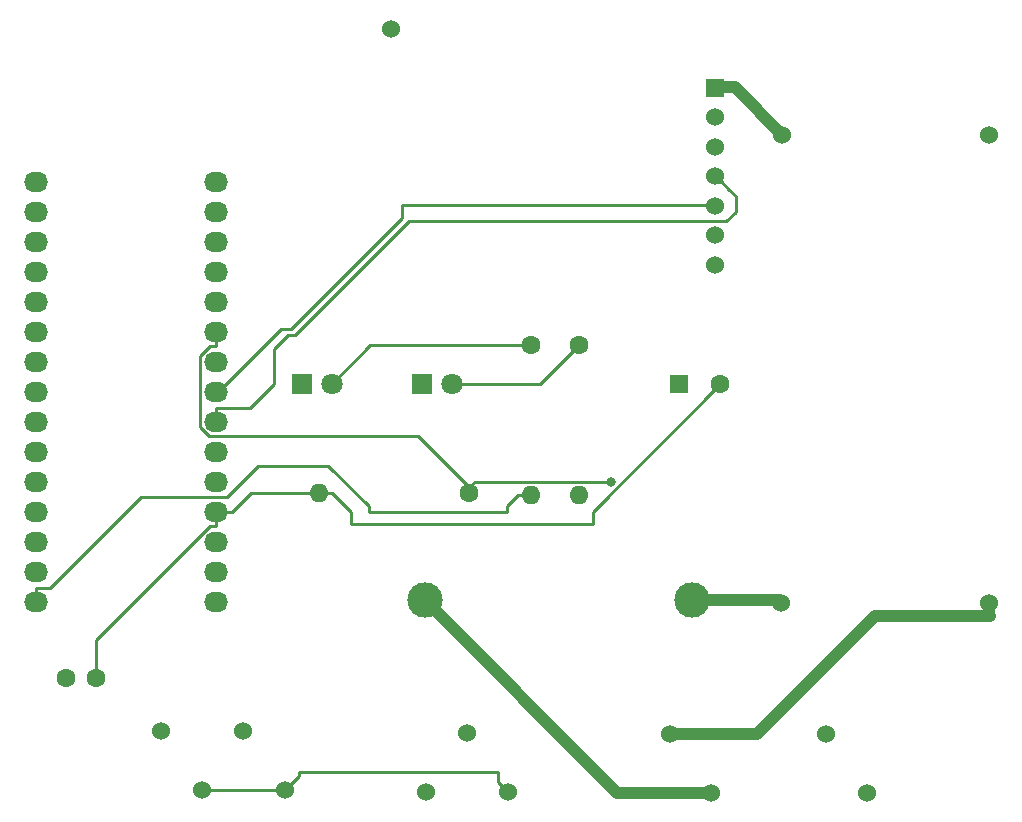
<source format=gtl>
G04 #@! TF.GenerationSoftware,KiCad,Pcbnew,(5.1.5)-3*
G04 #@! TF.CreationDate,2021-05-14T19:35:04+02:00*
G04 #@! TF.ProjectId,GSM-Alarmanlage,47534d2d-416c-4617-926d-616e6c616765,rev?*
G04 #@! TF.SameCoordinates,Original*
G04 #@! TF.FileFunction,Copper,L1,Top*
G04 #@! TF.FilePolarity,Positive*
%FSLAX46Y46*%
G04 Gerber Fmt 4.6, Leading zero omitted, Abs format (unit mm)*
G04 Created by KiCad (PCBNEW (5.1.5)-3) date 2021-05-14 19:35:04*
%MOMM*%
%LPD*%
G04 APERTURE LIST*
%ADD10C,1.600000*%
%ADD11O,1.600000X1.600000*%
%ADD12O,2.032000X1.727200*%
%ADD13C,1.524000*%
%ADD14C,1.800000*%
%ADD15R,1.800000X1.800000*%
%ADD16R,1.600000X1.600000*%
%ADD17C,3.000000*%
%ADD18R,1.524000X1.524000*%
%ADD19C,0.800000*%
%ADD20C,0.250000*%
%ADD21C,1.000000*%
G04 APERTURE END LIST*
D10*
X140000000Y-113100000D03*
D11*
X127300000Y-113100000D03*
D12*
X103380000Y-122330000D03*
X103380000Y-119790000D03*
X103380000Y-117250000D03*
X103380000Y-114710000D03*
X103380000Y-112170000D03*
X103380000Y-109630000D03*
X103380000Y-107090000D03*
X103380000Y-104550000D03*
X103380000Y-102010000D03*
X103380000Y-99470000D03*
X103380000Y-96930000D03*
X103380000Y-94390000D03*
X103380000Y-91850000D03*
X103380000Y-89310000D03*
X103380000Y-86770000D03*
X118620000Y-89310000D03*
X118620000Y-91850000D03*
X118620000Y-94390000D03*
X118620000Y-96930000D03*
X118620000Y-99470000D03*
X118620000Y-102010000D03*
X118620000Y-104550000D03*
X118620000Y-107090000D03*
X118620000Y-109630000D03*
X118620000Y-112170000D03*
X118620000Y-114710000D03*
X118620000Y-117250000D03*
X118620000Y-119790000D03*
X118620000Y-86770000D03*
X118620000Y-122330000D03*
D13*
X113900003Y-133300000D03*
X117400003Y-138300000D03*
X120900004Y-133300000D03*
X124400004Y-138300000D03*
D14*
X138540000Y-103900000D03*
D15*
X136000000Y-103900000D03*
X125850000Y-103850000D03*
D14*
X128390000Y-103850000D03*
D13*
X166450000Y-122400000D03*
X184050000Y-122400000D03*
X184050000Y-82800000D03*
X166550000Y-82800000D03*
D16*
X157800000Y-103900000D03*
D10*
X161300000Y-103900000D03*
D17*
X158850000Y-122200000D03*
X136250000Y-122200000D03*
D10*
X105900000Y-128750000D03*
X108400000Y-128750000D03*
D13*
X160500002Y-138500000D03*
X156999999Y-133500000D03*
X170249999Y-133550000D03*
X173750002Y-138550000D03*
X136350000Y-138450000D03*
X139850001Y-133450000D03*
X143350001Y-138450000D03*
X133400000Y-73800000D03*
D18*
X160800000Y-78800000D03*
D13*
X160800000Y-81300000D03*
X160800000Y-83800000D03*
X160800000Y-86300000D03*
X160800000Y-88800000D03*
X160800000Y-91300000D03*
X160800000Y-93800000D03*
D11*
X149300000Y-113300000D03*
D10*
X149300000Y-100600000D03*
X145300000Y-100600000D03*
D11*
X145300000Y-113300000D03*
D19*
X152001300Y-112149300D03*
D20*
X160850000Y-78750000D02*
X160800000Y-78800000D01*
D21*
X166550000Y-82800000D02*
X162500000Y-78750000D01*
X162500000Y-78750000D02*
X160850000Y-78750000D01*
D20*
X144174700Y-113300000D02*
X145300000Y-113300000D01*
X119515000Y-113440000D02*
X122155000Y-110800000D01*
X143246900Y-114700000D02*
X143246900Y-114227800D01*
X112270000Y-113440000D02*
X119515000Y-113440000D01*
X104569000Y-121141000D02*
X112270000Y-113440000D01*
X103380000Y-122330000D02*
X103380000Y-121141000D01*
X103380000Y-121141000D02*
X104569000Y-121141000D01*
X122155000Y-110800000D02*
X128087200Y-110800000D01*
X131515000Y-114227800D02*
X131515000Y-114700000D01*
X128087200Y-110800000D02*
X131515000Y-114227800D01*
X131515000Y-114700000D02*
X143246900Y-114700000D01*
X143246900Y-114227800D02*
X144174700Y-113300000D01*
X118620000Y-114710000D02*
X119961300Y-114710000D01*
X127300000Y-113100000D02*
X121571300Y-113100000D01*
X121571300Y-113100000D02*
X119961300Y-114710000D01*
X108400000Y-128750000D02*
X108400000Y-125599000D01*
X108400000Y-125599000D02*
X118100000Y-115899000D01*
X118100000Y-115899000D02*
X118620000Y-115899000D01*
X118620000Y-115899000D02*
X118620000Y-114710000D01*
X143350000Y-138450000D02*
X142500000Y-137600000D01*
X142500000Y-137600000D02*
X142500000Y-136700000D01*
X142500000Y-136700000D02*
X125600000Y-136700000D01*
X125600000Y-136700000D02*
X125600000Y-137100000D01*
X125600000Y-137100000D02*
X124400000Y-138300000D01*
X124400000Y-138300000D02*
X117400000Y-138300000D01*
X150486700Y-114713300D02*
X161300000Y-103900000D01*
X150486700Y-115686700D02*
X150486700Y-114713300D01*
X128425300Y-113100000D02*
X130038600Y-114713300D01*
X130038600Y-115686700D02*
X130051900Y-115700000D01*
X127300000Y-113100000D02*
X128425300Y-113100000D01*
X150500000Y-115700000D02*
X150486700Y-115686700D01*
X130038600Y-114713300D02*
X130038600Y-115686700D01*
X130051900Y-115700000D02*
X150500000Y-115700000D01*
X140000000Y-112637400D02*
X140488100Y-112149300D01*
X140488100Y-112149300D02*
X152001300Y-112149300D01*
X140000000Y-112637400D02*
X135656600Y-108294000D01*
X135656600Y-108294000D02*
X117990000Y-108294000D01*
X140000000Y-113100000D02*
X140000000Y-112637400D01*
X118620000Y-99470000D02*
X118620000Y-100659000D01*
X118620000Y-100659000D02*
X118100000Y-100659000D01*
X118100000Y-100659000D02*
X117255000Y-101504000D01*
X117255000Y-101504000D02*
X117255000Y-107559000D01*
X117255000Y-107559000D02*
X117990000Y-108294000D01*
X160750000Y-88750000D02*
X160800000Y-88800000D01*
X160750000Y-88750000D02*
X134373000Y-88750000D01*
X134373000Y-88750000D02*
X134373000Y-89827000D01*
X134373000Y-89827000D02*
X124950000Y-99250000D01*
X124950000Y-99250000D02*
X124072000Y-99250000D01*
X124072000Y-99250000D02*
X118772000Y-104550000D01*
X118772000Y-104550000D02*
X118620000Y-104550000D01*
X160850000Y-88750000D02*
X160750000Y-88750000D01*
X118670000Y-104793000D02*
X118670000Y-105090000D01*
X118670000Y-104496000D02*
X118670000Y-104793000D01*
X118670000Y-104793000D02*
X118793000Y-104793000D01*
X118670000Y-104496000D02*
X118620000Y-104546000D01*
X118620000Y-104546000D02*
X118620000Y-104550000D01*
X118150000Y-103901000D02*
X118670000Y-103901000D01*
X118670000Y-103901000D02*
X118670000Y-104315000D01*
X118670000Y-104315000D02*
X118670000Y-104496000D01*
X118670000Y-104315000D02*
X118808000Y-104315000D01*
X118620000Y-107090000D02*
X118620000Y-105901000D01*
X118620000Y-105901000D02*
X121499000Y-105901000D01*
X121499000Y-105901000D02*
X123500000Y-103900000D01*
X123500000Y-103900000D02*
X123500000Y-100900000D01*
X123500000Y-100900000D02*
X124700000Y-99700000D01*
X124700000Y-99700000D02*
X125300000Y-99700000D01*
X125300000Y-99700000D02*
X134900000Y-90100000D01*
X134900000Y-90100000D02*
X161800000Y-90100000D01*
X161800000Y-90100000D02*
X162600000Y-89300000D01*
X162600000Y-89300000D02*
X162600000Y-88000000D01*
X162600000Y-88000000D02*
X161940000Y-87340100D01*
X161940000Y-87340100D02*
X161395000Y-86795000D01*
X161395000Y-86795000D02*
X161295000Y-86795000D01*
X161295000Y-86795000D02*
X160800000Y-86300000D01*
X161395000Y-86795000D02*
X160850000Y-86250000D01*
X149300000Y-100600000D02*
X146000000Y-103900000D01*
X146000000Y-103900000D02*
X138540000Y-103900000D01*
X128390000Y-103850000D02*
X131640000Y-100600000D01*
X131640000Y-100600000D02*
X145300000Y-100600000D01*
X184050000Y-123478000D02*
X184100000Y-123528000D01*
D21*
X184050000Y-122400000D02*
X184050000Y-123478000D01*
X184100000Y-123528000D02*
X174372000Y-123528000D01*
X174372000Y-123528000D02*
X164400000Y-133500000D01*
X164400000Y-133500000D02*
X157000000Y-133500000D01*
X158850000Y-122200000D02*
X166250000Y-122200000D01*
D20*
X166250000Y-122200000D02*
X166450000Y-122400000D01*
D21*
X160500000Y-138500000D02*
X152550000Y-138500000D01*
X152550000Y-138500000D02*
X136250000Y-122200000D01*
M02*

</source>
